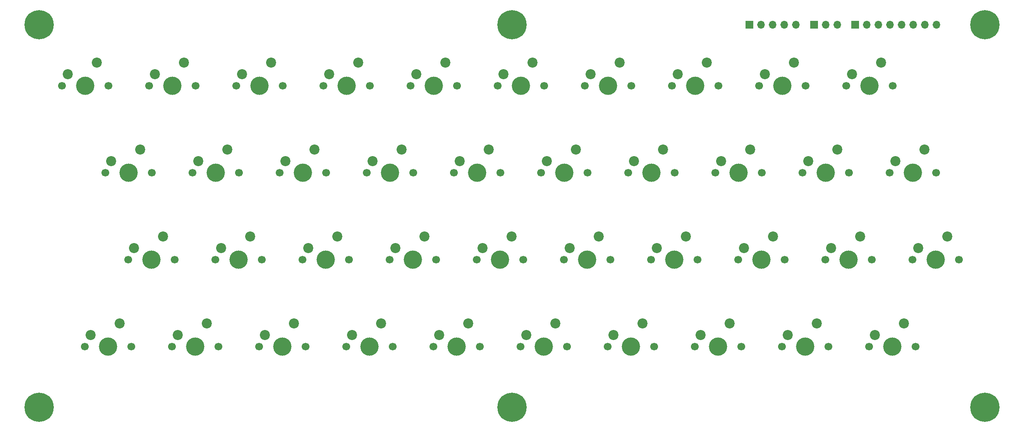
<source format=gbr>
%TF.GenerationSoftware,KiCad,Pcbnew,9.0.2*%
%TF.CreationDate,2025-07-24T10:59:42+01:00*%
%TF.ProjectId,ZX-81Keyboard_v1.1,5a582d38-314b-4657-9962-6f6172645f76,rev?*%
%TF.SameCoordinates,Original*%
%TF.FileFunction,Soldermask,Bot*%
%TF.FilePolarity,Negative*%
%FSLAX46Y46*%
G04 Gerber Fmt 4.6, Leading zero omitted, Abs format (unit mm)*
G04 Created by KiCad (PCBNEW 9.0.2) date 2025-07-24 10:59:42*
%MOMM*%
%LPD*%
G01*
G04 APERTURE LIST*
%ADD10C,4.000000*%
%ADD11C,1.700000*%
%ADD12C,2.200000*%
%ADD13R,1.700000X1.700000*%
%ADD14O,1.700000X1.700000*%
%ADD15C,6.400000*%
%ADD16C,3.600000*%
G04 APERTURE END LIST*
D10*
%TO.C,SW35*%
X121840000Y-100930000D03*
D11*
X126920000Y-100930000D03*
X116760000Y-100930000D03*
D12*
X124380000Y-95850000D03*
X118030000Y-98390000D03*
%TD*%
D13*
%TO.C,J1*%
X199980000Y-30400000D03*
D14*
X202520000Y-30400000D03*
X205060000Y-30400000D03*
%TD*%
D11*
%TO.C,SW7*%
X149860000Y-43780000D03*
D10*
X154940000Y-43780000D03*
D11*
X160020000Y-43780000D03*
D12*
X157480000Y-38700000D03*
X151130000Y-41240000D03*
%TD*%
D11*
%TO.C,SW13*%
X93345000Y-62830000D03*
D10*
X88265000Y-62830000D03*
D11*
X83185000Y-62830000D03*
D12*
X90805000Y-57750000D03*
X84455000Y-60290000D03*
%TD*%
D11*
%TO.C,SW33*%
X88820000Y-100930000D03*
D10*
X83740000Y-100930000D03*
D11*
X78660000Y-100930000D03*
D12*
X86280000Y-95850000D03*
X79930000Y-98390000D03*
%TD*%
D11*
%TO.C,SW23*%
X98345000Y-81880000D03*
D10*
X93265000Y-81880000D03*
D11*
X88185000Y-81880000D03*
D12*
X95805000Y-76800000D03*
X89455000Y-79340000D03*
%TD*%
D10*
%TO.C,SW16*%
X145415000Y-62830000D03*
D11*
X140335000Y-62830000D03*
X150495000Y-62830000D03*
D12*
X147955000Y-57750000D03*
X141605000Y-60290000D03*
%TD*%
D11*
%TO.C,SW9*%
X198120000Y-43780000D03*
X187960000Y-43780000D03*
D10*
X193040000Y-43780000D03*
D12*
X195580000Y-38700000D03*
X189230000Y-41240000D03*
%TD*%
D10*
%TO.C,SW20*%
X221615000Y-62830000D03*
D11*
X216535000Y-62830000D03*
X226695000Y-62830000D03*
D12*
X224155000Y-57750000D03*
X217805000Y-60290000D03*
%TD*%
D11*
%TO.C,SW36*%
X135810000Y-100930000D03*
D10*
X140890000Y-100930000D03*
D11*
X145970000Y-100930000D03*
D12*
X143430000Y-95850000D03*
X137080000Y-98390000D03*
%TD*%
D11*
%TO.C,SW39*%
X203120000Y-100930000D03*
X192960000Y-100930000D03*
D10*
X198040000Y-100930000D03*
D12*
X200580000Y-95850000D03*
X194230000Y-98390000D03*
%TD*%
D11*
%TO.C,SW6*%
X140970000Y-43780000D03*
X130810000Y-43780000D03*
D10*
X135890000Y-43780000D03*
D12*
X138430000Y-38700000D03*
X132080000Y-41240000D03*
%TD*%
D11*
%TO.C,SW32*%
X69770000Y-100930000D03*
X59610000Y-100930000D03*
D10*
X64690000Y-100930000D03*
D12*
X67230000Y-95850000D03*
X60880000Y-98390000D03*
%TD*%
D11*
%TO.C,SW4*%
X92710000Y-43780000D03*
D10*
X97790000Y-43780000D03*
D11*
X102870000Y-43780000D03*
D12*
X100330000Y-38700000D03*
X93980000Y-41240000D03*
%TD*%
D11*
%TO.C,SW27*%
X164385000Y-81880000D03*
X174545000Y-81880000D03*
D10*
X169465000Y-81880000D03*
D12*
X172005000Y-76800000D03*
X165655000Y-79340000D03*
%TD*%
D11*
%TO.C,SW38*%
X184070000Y-100930000D03*
X173910000Y-100930000D03*
D10*
X178990000Y-100930000D03*
D12*
X181530000Y-95850000D03*
X175180000Y-98390000D03*
%TD*%
D11*
%TO.C,SW22*%
X79295000Y-81880000D03*
D10*
X74215000Y-81880000D03*
D11*
X69135000Y-81880000D03*
D12*
X76755000Y-76800000D03*
X70405000Y-79340000D03*
%TD*%
D15*
%TO.C,REF\u002A\u002A*%
X133980000Y-114200000D03*
D16*
X133980000Y-114200000D03*
%TD*%
D11*
%TO.C,SW28*%
X193595000Y-81880000D03*
D10*
X188515000Y-81880000D03*
D11*
X183435000Y-81880000D03*
D12*
X191055000Y-76800000D03*
X184705000Y-79340000D03*
%TD*%
D11*
%TO.C,SW30*%
X221535000Y-81880000D03*
D10*
X226615000Y-81880000D03*
D11*
X231695000Y-81880000D03*
D12*
X229155000Y-76800000D03*
X222805000Y-79340000D03*
%TD*%
D16*
%TO.C,REF\u002A\u002A*%
X133980000Y-30400000D03*
D15*
X133980000Y-30400000D03*
%TD*%
D11*
%TO.C,SW19*%
X207645000Y-62830000D03*
D10*
X202565000Y-62830000D03*
D11*
X197485000Y-62830000D03*
D12*
X205105000Y-57750000D03*
X198755000Y-60290000D03*
%TD*%
D10*
%TO.C,SW15*%
X126365000Y-62830000D03*
D11*
X131445000Y-62830000D03*
X121285000Y-62830000D03*
D12*
X128905000Y-57750000D03*
X122555000Y-60290000D03*
%TD*%
D11*
%TO.C,SW25*%
X126285000Y-81880000D03*
X136445000Y-81880000D03*
D10*
X131365000Y-81880000D03*
D12*
X133905000Y-76800000D03*
X127555000Y-79340000D03*
%TD*%
D10*
%TO.C,SW40*%
X217090000Y-100930000D03*
D11*
X222170000Y-100930000D03*
X212010000Y-100930000D03*
D12*
X219630000Y-95850000D03*
X213280000Y-98390000D03*
%TD*%
D16*
%TO.C,REF\u002A\u002A*%
X30580000Y-114200000D03*
D15*
X30580000Y-114200000D03*
%TD*%
D13*
%TO.C,J2*%
X208980000Y-30400000D03*
D14*
X211520000Y-30400000D03*
X214060000Y-30400000D03*
X216600000Y-30400000D03*
X219140000Y-30400000D03*
X221680000Y-30400000D03*
X224220000Y-30400000D03*
X226760000Y-30400000D03*
%TD*%
D11*
%TO.C,SW18*%
X178435000Y-62830000D03*
X188595000Y-62830000D03*
D10*
X183515000Y-62830000D03*
D12*
X186055000Y-57750000D03*
X179705000Y-60290000D03*
%TD*%
D15*
%TO.C,REF\u002A\u002A*%
X237380000Y-114200000D03*
D16*
X237380000Y-114200000D03*
%TD*%
D11*
%TO.C,SW10*%
X217170000Y-43780000D03*
X207010000Y-43780000D03*
D10*
X212090000Y-43780000D03*
D12*
X214630000Y-38700000D03*
X208280000Y-41240000D03*
%TD*%
D10*
%TO.C,SW26*%
X150415000Y-81880000D03*
D11*
X155495000Y-81880000D03*
X145335000Y-81880000D03*
D12*
X152955000Y-76800000D03*
X146605000Y-79340000D03*
%TD*%
D15*
%TO.C,REF\u002A\u002A*%
X237380000Y-30400000D03*
D16*
X237380000Y-30400000D03*
%TD*%
D11*
%TO.C,SW21*%
X60245000Y-81880000D03*
D10*
X55165000Y-81880000D03*
D11*
X50085000Y-81880000D03*
D12*
X57705000Y-76800000D03*
X51355000Y-79340000D03*
%TD*%
D11*
%TO.C,SW2*%
X64770000Y-43780000D03*
D10*
X59690000Y-43780000D03*
D11*
X54610000Y-43780000D03*
D12*
X62230000Y-38700000D03*
X55880000Y-41240000D03*
%TD*%
D16*
%TO.C,REF\u002A\u002A*%
X30580000Y-30400000D03*
D15*
X30580000Y-30400000D03*
%TD*%
D10*
%TO.C,SW34*%
X102790000Y-100930000D03*
D11*
X107870000Y-100930000D03*
X97710000Y-100930000D03*
D12*
X105330000Y-95850000D03*
X98980000Y-98390000D03*
%TD*%
D10*
%TO.C,SW17*%
X164465000Y-62830000D03*
D11*
X169545000Y-62830000D03*
X159385000Y-62830000D03*
D12*
X167005000Y-57750000D03*
X160655000Y-60290000D03*
%TD*%
D10*
%TO.C,SW3*%
X78740000Y-43780000D03*
D11*
X83820000Y-43780000D03*
X73660000Y-43780000D03*
D12*
X81280000Y-38700000D03*
X74930000Y-41240000D03*
%TD*%
D11*
%TO.C,SW8*%
X168910000Y-43780000D03*
X179070000Y-43780000D03*
D10*
X173990000Y-43780000D03*
D12*
X176530000Y-38700000D03*
X170180000Y-41240000D03*
%TD*%
D11*
%TO.C,SW24*%
X117395000Y-81880000D03*
D10*
X112315000Y-81880000D03*
D11*
X107235000Y-81880000D03*
D12*
X114855000Y-76800000D03*
X108505000Y-79340000D03*
%TD*%
D11*
%TO.C,SW31*%
X50720000Y-100930000D03*
D10*
X45640000Y-100930000D03*
D11*
X40560000Y-100930000D03*
D12*
X48180000Y-95850000D03*
X41830000Y-98390000D03*
%TD*%
D11*
%TO.C,SW14*%
X112395000Y-62830000D03*
D10*
X107315000Y-62830000D03*
D11*
X102235000Y-62830000D03*
D12*
X109855000Y-57750000D03*
X103505000Y-60290000D03*
%TD*%
D10*
%TO.C,SW5*%
X116840000Y-43780000D03*
D11*
X111760000Y-43780000D03*
X121920000Y-43780000D03*
D12*
X119380000Y-38700000D03*
X113030000Y-41240000D03*
%TD*%
D13*
%TO.C,J3*%
X185880000Y-30400000D03*
D14*
X188420000Y-30400000D03*
X190960000Y-30400000D03*
X193500000Y-30400000D03*
X196040000Y-30400000D03*
%TD*%
D11*
%TO.C,SW37*%
X154860000Y-100930000D03*
X165020000Y-100930000D03*
D10*
X159940000Y-100930000D03*
D12*
X162480000Y-95850000D03*
X156130000Y-98390000D03*
%TD*%
D10*
%TO.C,SW12*%
X69215000Y-62830000D03*
D11*
X74295000Y-62830000D03*
X64135000Y-62830000D03*
D12*
X71755000Y-57750000D03*
X65405000Y-60290000D03*
%TD*%
D11*
%TO.C,SW11*%
X55245000Y-62830000D03*
D10*
X50165000Y-62830000D03*
D11*
X45085000Y-62830000D03*
D12*
X52705000Y-57750000D03*
X46355000Y-60290000D03*
%TD*%
D11*
%TO.C,SW1*%
X45720000Y-43780000D03*
X35560000Y-43780000D03*
D10*
X40640000Y-43780000D03*
D12*
X43180000Y-38700000D03*
X36830000Y-41240000D03*
%TD*%
D10*
%TO.C,SW29*%
X207565000Y-81880000D03*
D11*
X202485000Y-81880000D03*
X212645000Y-81880000D03*
D12*
X210105000Y-76800000D03*
X203755000Y-79340000D03*
%TD*%
M02*

</source>
